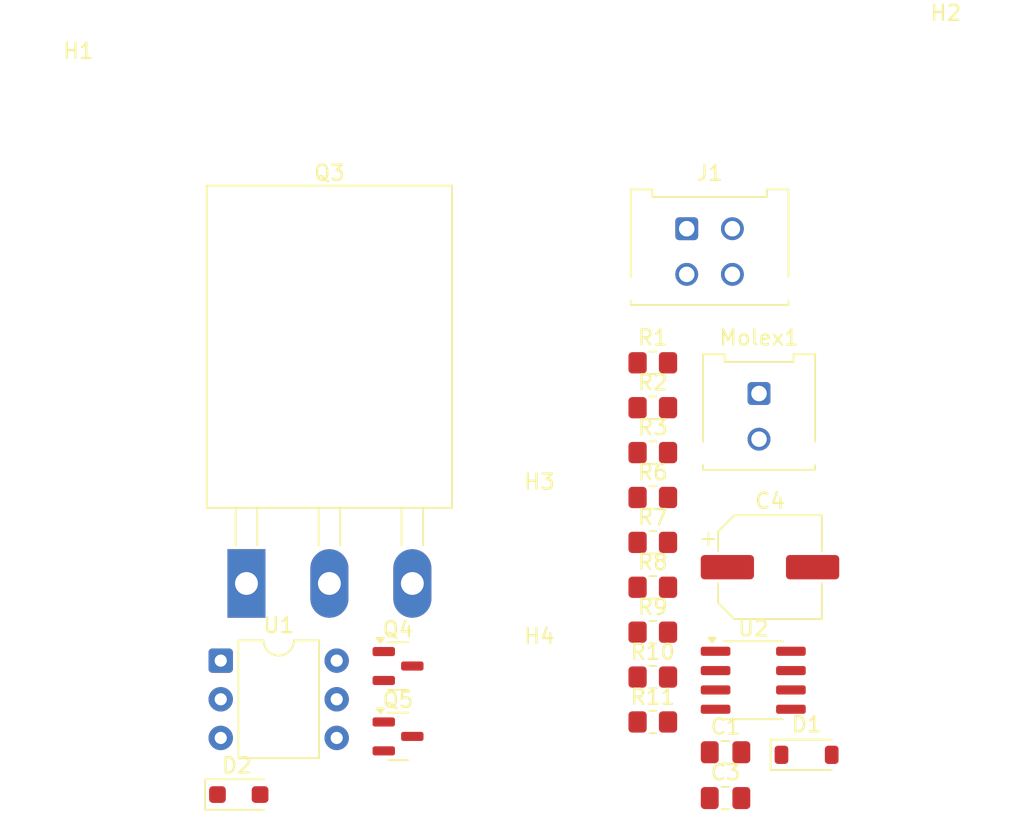
<source format=kicad_pcb>
(kicad_pcb (version 20241229) (generator "pcbnew") (generator_version "9.0")
  (layers (0 "F.Cu" signal) (2 "B.Cu" signal) (13 "F.Paste" user) (15 "B.Paste" user) (5 "F.SilkS" user "F.Silkscreen") (7 "B.SilkS" user "B.Silkscreen") (1 "F.Mask" user) (3 "B.Mask" user) (25 "Edge.Cuts" user))
  (net 0 "")
  (net 1 "Net-(R10-Pad2)")
  (net 2 "Net-(D1-K)")
  (net 3 "Net-(R10-Pad1)")
  (net 4 "Net-(R2-Pad2)")
  (net 5 "Net-(Q1-D)")
  (net 6 "GND")
  (net 7 "Net-(U2-THR)")
  (net 8 "Net-(Q5-G)")
  (net 9 "Net-(R6-Pad2)")
  (net 10 "Net-(Q3-S)")
  (net 11 "/HV-")
  (net 12 "Net-(D2-A)")
  (net 13 "GLV+")
  (net 14 "Net-(Q1-G)")
  (net 15 "Net-(D2-K)")
  (net 16 "Light+")
  (net 17 "Net-(Q4-D)")
  (net 18 "Net-(U2-CV)")
  (net 20 "/HV+")
  (net 21 "Net-(Molex1-Pin_1)")
  (footprint "Resistor_SMD:R_0805_2012Metric_Pad1.20x1.40mm_HandSolder" (layer "F.Cu") (at 152.245 95.04)
    (property "Reference" "R7" (at 0 -1.65 0) (layer "F.SilkS"))
    (property "Value" "3k")
    (fp_line (start -0.227064 -0.735) (end 0.227064 -0.735) (stroke (width 0.12)) (layer "F.SilkS"))
    (fp_line (start -0.227064 0.735) (end 0.227064 0.735) (stroke (width 0.12)) (layer "F.SilkS"))
    (pad "1" smd roundrect (at -1 0) (size 1.2 1.4) (layers "F.Cu" "F.Mask" "F.Paste") (roundrect_rratio 0.208333) (net 7 "Net-(U2-THR)"))
    (pad "2" smd roundrect (at 1 0) (size 1.2 1.4) (layers "F.Cu" "F.Mask" "F.Paste") (roundrect_rratio 0.208333) (net 8 "Net-(Q5-G)"))
  )
  (footprint "Package_TO_SOT_THT:TO-247-3_Horizontal_TabDown" (layer "F.Cu") (at 125.545 97.74)
    (property "Reference" "Q3" (at 5.45 -26.98 0) (layer "F.SilkS"))
    (property "Value" "UJ3N065080K3S")
    (fp_line (start -2.61 -26.14) (end 13.51 -26.14) (stroke (width 0.12)) (layer "F.SilkS"))
    (fp_line (start -2.61 -4.97) (end -2.61 -26.14) (stroke (width 0.12)) (layer "F.SilkS"))
    (fp_line (start -2.61 -4.97) (end 13.51 -4.97) (stroke (width 0.12)) (layer "F.SilkS"))
    (fp_line (start -0.71 -4.97) (end -0.71 -2.51) (stroke (width 0.12)) (layer "F.SilkS"))
    (fp_line (start 0.71 -4.97) (end 0.71 -2.51) (stroke (width 0.12)) (layer "F.SilkS"))
    (fp_line (start 4.74 -4.97) (end 4.74 -2.51) (stroke (width 0.12)) (layer "F.SilkS"))
    (fp_line (start 6.16 -4.97) (end 6.16 -2.51) (stroke (width 0.12)) (layer "F.SilkS"))
    (fp_line (start 10.19 -4.97) (end 10.19 -2.51) (stroke (width 0.12)) (layer "F.SilkS"))
    (fp_line (start 11.61 -4.97) (end 11.61 -2.51) (stroke (width 0.12)) (layer "F.SilkS"))
    (fp_line (start 13.51 -4.97) (end 13.51 -26.14) (stroke (width 0.12)) (layer "F.SilkS"))
    (pad "" np_thru_hole circle (at 5.45 -19.86) (size 3.6 3.6) (drill 3.6) (layers "*.Cu" "*.Mask"))
    (pad "1" thru_hole rect (at 0 0) (size 2.5 4.5) (drill 1.5) (layers "*.Cu" "*.Mask") (net 11 "/HV-"))
    (pad "2" thru_hole oval (at 5.45 0) (size 2.5 4.5) (drill 1.5) (layers "*.Cu" "*.Mask") (net 15 "Net-(D2-K)"))
    (pad "3" thru_hole oval (at 10.9 0) (size 2.5 4.5) (drill 1.5) (layers "*.Cu" "*.Mask") (net 10 "Net-(Q3-S)"))
  )
  (footprint "Resistor_SMD:R_0805_2012Metric_Pad1.20x1.40mm_HandSolder" (layer "F.Cu") (at 152.245 100.94)
    (property "Reference" "R9" (at 0 -1.65 0) (layer "F.SilkS"))
    (property "Value" "240k")
    (fp_line (start -0.227064 -0.735) (end 0.227064 -0.735) (stroke (width 0.12)) (layer "F.SilkS"))
    (fp_line (start -0.227064 0.735) (end 0.227064 0.735) (stroke (width 0.12)) (layer "F.SilkS"))
    (pad "1" smd roundrect (at -1 0) (size 1.2 1.4) (layers "F.Cu" "F.Mask" "F.Paste") (roundrect_rratio 0.208333) (net 4 "Net-(R2-Pad2)"))
    (pad "2" smd roundrect (at 1 0) (size 1.2 1.4) (layers "F.Cu" "F.Mask" "F.Paste") (roundrect_rratio 0.208333) (net 3 "Net-(R10-Pad1)"))
  )
  (footprint "MountingHole:MountingHole_4.3mm_M4" (layer "F.Cu") (at 144.795 96.31)
    (property "Reference" "H3" (at 0 -5.25 0) (layer "F.SilkS"))
    (property "Value" "MountingHole")
    (pad "" np_thru_hole circle (at 0 0) (size 4.3 4.3) (drill 4.3) (layers "*.Cu" "*.Mask"))
  )
  (footprint "Resistor_SMD:R_0805_2012Metric_Pad1.20x1.40mm_HandSolder" (layer "F.Cu") (at 152.245 92.09)
    (property "Reference" "R6" (at 0 -1.65 0) (layer "F.SilkS"))
    (property "Value" "5.6k")
    (fp_line (start -0.227064 -0.735) (end 0.227064 -0.735) (stroke (width 0.12)) (layer "F.SilkS"))
    (fp_line (start -0.227064 0.735) (end 0.227064 0.735) (stroke (width 0.12)) (layer "F.SilkS"))
    (pad "1" smd roundrect (at -1 0) (size 1.2 1.4) (layers "F.Cu" "F.Mask" "F.Paste") (roundrect_rratio 0.208333) (net 10 "Net-(Q3-S)"))
    (pad "2" smd roundrect (at 1 0) (size 1.2 1.4) (layers "F.Cu" "F.Mask" "F.Paste") (roundrect_rratio 0.208333) (net 9 "Net-(R6-Pad2)"))
  )
  (footprint "MountingHole:MountingHole_4.3mm_M4" (layer "F.Cu") (at 114.5 68)
    (property "Reference" "H1" (at 0 -5.25 0) (layer "F.SilkS"))
    (property "Value" "MountingHole")
    (pad "" np_thru_hole circle (at 0 0) (size 4.3 4.3) (drill 4.3) (layers "*.Cu" "*.Mask"))
  )
  (footprint "Connector_Molex:Molex_Micro-Fit_3.0_43045-0212_2x01_P3.00mm_Vertical" (layer "F.Cu") (at 159.225 85.26)
    (property "Reference" "Molex1" (at 0 -3.67 0) (layer "F.SilkS"))
    (property "Value" "043045-0212")
    (fp_line (start -3.685 -2.58) (end -2.265 -2.58) (stroke (width 0.12)) (layer "F.SilkS"))
    (fp_line (start -3.685 3.17) (end -3.685 -2.58) (stroke (width 0.12)) (layer "F.SilkS"))
    (fp_line (start -3.685 4.71) (end -3.685 5.01) (stroke (width 0.12)) (layer "F.SilkS"))
    (fp_line (start -3.685 5.01) (end 3.685 5.01) (stroke (width 0.12)) (layer "F.SilkS"))
    (fp_line (start -2.265 -2.58) (end -2.265 -2.08) (stroke (width 0.12)) (layer "F.SilkS"))
    (fp_line (start -2.265 -2.08) (end 2.265 -2.08) (stroke (width 0.12)) (layer "F.SilkS"))
    (fp_line (start 2.265 -2.58) (end 3.685 -2.58) (stroke (width 0.12)) (layer "F.SilkS"))
    (fp_line (start 2.265 -2.08) (end 2.265 -2.58) (stroke (width 0.12)) (layer "F.SilkS"))
    (fp_line (start 3.685 -2.58) (end 3.685 3.17) (stroke (width 0.12)) (layer "F.SilkS"))
    (fp_line (start 3.685 5.01) (end 3.685 4.71) (stroke (width 0.12)) (layer "F.SilkS"))
    (pad "" np_thru_hole circle (at -3 3.94) (size 1.02 1.02) (drill 1.02) (layers "*.Cu" "*.Mask"))
    (pad "" np_thru_hole circle (at 3 3.94) (size 1.02 1.02) (drill 1.02) (layers "*.Cu" "*.Mask"))
    (pad "1" thru_hole roundrect (at 0 0) (size 1.5 1.5) (drill 1.02) (layers "*.Cu" "*.Mask") (roundrect_rratio 0.166667) (net 21 "Net-(Molex1-Pin_1)"))
    (pad "2" thru_hole circle (at 0 3) (size 1.5 1.5) (drill 1.02) (layers "*.Cu" "*.Mask") (net 20 "/HV+"))
  )
  (footprint "Capacitor_SMD:C_0805_2012Metric_Pad1.18x1.45mm_HandSolder" (layer "F.Cu") (at 157.025 108.83)
    (property "Reference" "C1" (at 0 -1.68 0) (layer "F.SilkS"))
    (property "Value" "0.1uF")
    (fp_line (start -0.261252 -0.735) (end 0.261252 -0.735) (stroke (width 0.12)) (layer "F.SilkS"))
    (fp_line (start -0.261252 0.735) (end 0.261252 0.735) (stroke (width 0.12)) (layer "F.SilkS"))
    (pad "1" smd roundrect (at -1.0375 0) (size 1.175 1.45) (layers "F.Cu" "F.Mask" "F.Paste") (roundrect_rratio 0.212766) (net 6 "GND"))
    (pad "2" smd roundrect (at 1.0375 0) (size 1.175 1.45) (layers "F.Cu" "F.Mask" "F.Paste") (roundrect_rratio 0.212766) (net 18 "Net-(U2-CV)"))
  )
  (footprint "Resistor_SMD:R_0805_2012Metric_Pad1.20x1.40mm_HandSolder" (layer "F.Cu") (at 152.245 83.24)
    (property "Reference" "R1" (at 0 -1.65 0) (layer "F.SilkS"))
    (property "Value" "10k")
    (fp_line (start -0.227064 -0.735) (end 0.227064 -0.735) (stroke (width 0.12)) (layer "F.SilkS"))
    (fp_line (start -0.227064 0.735) (end 0.227064 0.735) (stroke (width 0.12)) (layer "F.SilkS"))
    (pad "1" smd roundrect (at -1 0) (size 1.2 1.4) (layers "F.Cu" "F.Mask" "F.Paste") (roundrect_rratio 0.208333) (net 13 "GLV+"))
    (pad "2" smd roundrect (at 1 0) (size 1.2 1.4) (layers "F.Cu" "F.Mask" "F.Paste") (roundrect_rratio 0.208333) (net 14 "Net-(Q1-G)"))
  )
  (footprint "Package_SO:SOIC-8_3.9x4.9mm_P1.27mm" (layer "F.Cu") (at 158.845 104.1)
    (property "Reference" "U2" (at 0 -3.4 0) (layer "F.SilkS"))
    (property "Value" "NE555D")
    (fp_line (start 0 -2.56) (end -1.95 -2.56) (stroke (width 0.12)) (layer "F.SilkS"))
    (fp_line (start 0 -2.56) (end 1.95 -2.56) (stroke (width 0.12)) (layer "F.SilkS"))
    (fp_line (start 0 2.56) (end -1.95 2.56) (stroke (width 0.12)) (layer "F.SilkS"))
    (fp_line (start 0 2.56) (end 1.95 2.56) (stroke (width 0.12)) (layer "F.SilkS"))
    (fp_poly (pts (xy -2.7 -2.465) (xy -2.94 -2.795) (xy -2.46 -2.795)) (stroke (width 0.12)) (fill yes) (layer "F.SilkS"))
    (pad "1" smd roundrect (at -2.475 -1.905) (size 1.95 0.6) (layers "F.Cu" "F.Mask" "F.Paste") (net 6 "GND"))
    (pad "2" smd roundrect (at -2.475 -0.635) (size 1.95 0.6) (layers "F.Cu" "F.Mask" "F.Paste") (net 7 "Net-(U2-THR)"))
    (pad "3" smd roundrect (at -2.475 0.635) (size 1.95 0.6) (layers "F.Cu" "F.Mask" "F.Paste") (net 8 "Net-(Q5-G)"))
    (pad "4" smd roundrect (at -2.475 1.905) (size 1.95 0.6) (layers "F.Cu" "F.Mask" "F.Paste") (net 5 "Net-(Q1-D)"))
    (pad "5" smd roundrect (at 2.475 1.905) (size 1.95 0.6) (layers "F.Cu" "F.Mask" "F.Paste") (net 18 "Net-(U2-CV)"))
    (pad "6" smd roundrect (at 2.475 0.635) (size 1.95 0.6) (layers "F.Cu" "F.Mask" "F.Paste") (net 7 "Net-(U2-THR)"))
    (pad "7" smd roundrect (at 2.475 -0.635) (size 1.95 0.6) (layers "F.Cu" "F.Mask" "F.Paste") (net 8 "Net-(Q5-G)"))
    (pad "8" smd roundrect (at 2.475 -1.905) (size 1.95 0.6) (layers "F.Cu" "F.Mask" "F.Paste") (net 13 "GLV+"))
  )
  (footprint "Resistor_SMD:R_0805_2012Metric_Pad1.20x1.40mm_HandSolder" (layer "F.Cu") (at 152.245 86.19)
    (property "Reference" "R2" (at 0 -1.65 0) (layer "F.SilkS"))
    (property "Value" "240k")
    (fp_line (start -0.227064 -0.735) (end 0.227064 -0.735) (stroke (width 0.12)) (layer "F.SilkS"))
    (fp_line (start -0.227064 0.735) (end 0.227064 0.735) (stroke (width 0.12)) (layer "F.SilkS"))
    (pad "1" smd roundrect (at -1 0) (size 1.2 1.4) (layers "F.Cu" "F.Mask" "F.Paste") (roundrect_rratio 0.208333) (net 12 "Net-(D2-A)"))
    (pad "2" smd roundrect (at 1 0) (size 1.2 1.4) (layers "F.Cu" "F.Mask" "F.Paste") (roundrect_rratio 0.208333) (net 4 "Net-(R2-Pad2)"))
  )
  (footprint "Resistor_SMD:R_0805_2012Metric_Pad1.20x1.40mm_HandSolder" (layer "F.Cu") (at 152.245 89.14)
    (property "Reference" "R3" (at 0 -1.65 0) (layer "F.SilkS"))
    (property "Value" "2M")
    (fp_line (start -0.227064 -0.735) (end 0.227064 -0.735) (stroke (width 0.12)) (layer "F.SilkS"))
    (fp_line (start -0.227064 0.735) (end 0.227064 0.735) (stroke (width 0.12)) (layer "F.SilkS"))
    (pad "1" smd roundrect (at -1 0) (size 1.2 1.4) (layers "F.Cu" "F.Mask" "F.Paste") (roundrect_rratio 0.208333) (net 2 "Net-(D1-K)"))
    (pad "2" smd roundrect (at 1 0) (size 1.2 1.4) (layers "F.Cu" "F.Mask" "F.Paste") (roundrect_rratio 0.208333) (net 11 "/HV-"))
  )
  (footprint "Capacitor_SMD:CP_Elec_6.3x5.4" (layer "F.Cu") (at 159.945 96.67)
    (property "Reference" "C4" (at 0 -4.35 0) (layer "F.SilkS"))
    (property "Value" "100uF")
    (fp_line (start -4.4375 -1.8475) (end -3.65 -1.8475) (stroke (width 0.12)) (layer "F.SilkS"))
    (fp_line (start -4.04375 -2.24125) (end -4.04375 -1.45375) (stroke (width 0.12)) (layer "F.SilkS"))
    (fp_line (start -3.41 -2.345563) (end -3.41 -1.06) (stroke (width 0.12)) (layer "F.SilkS"))
    (fp_line (start -3.41 -2.345563) (end -2.345563 -3.41) (stroke (width 0.12)) (layer "F.SilkS"))
    (fp_line (start -3.41 2.345563) (end -3.41 1.06) (stroke (width 0.12)) (layer "F.SilkS"))
    (fp_line (start -3.41 2.345563) (end -2.345563 3.41) (stroke (width 0.12)) (layer "F.SilkS"))
    (fp_line (start -2.345563 -3.41) (end 3.41 -3.41) (stroke (width 0.12)) (layer "F.SilkS"))
    (fp_line (start -2.345563 3.41) (end 3.41 3.41) (stroke (width 0.12)) (layer "F.SilkS"))
    (fp_line (start 3.41 -3.41) (end 3.41 -1.06) (stroke (width 0.12)) (layer "F.SilkS"))
    (fp_line (start 3.41 3.41) (end 3.41 1.06) (stroke (width 0.12)) (layer "F.SilkS"))
    (pad "1" smd roundrect (at -2.8 0) (size 3.5 1.6) (layers "F.Cu" "F.Mask" "F.Paste") (roundrect_rratio 0.15625) (net 7 "Net-(U2-THR)"))
    (pad "2" smd roundrect (at 2.8 0) (size 3.5 1.6) (layers "F.Cu" "F.Mask" "F.Paste") (roundrect_rratio 0.15625) (net 6 "GND"))
  )
  (footprint "Package_DIP:DIP-6_W7.62mm" (layer "F.Cu") (at 123.855 102.81)
    (property "Reference" "U1" (at 3.81 -2.33 0) (layer "F.SilkS"))
    (property "Value" "H11L1M")
    (fp_line (start 1.16 -1.33) (end 1.16 6.41) (stroke (width 0.12)) (layer "F.SilkS"))
    (fp_line (start 1.16 6.41) (end 6.46 6.41) (stroke (width 0.12)) (layer "F.SilkS"))
    (fp_line (start 2.81 -1.33) (end 1.16 -1.33) (stroke (width 0.12)) (layer "F.SilkS"))
    (fp_line (start 6.46 -1.33) (end 4.81 -1.33) (stroke (width 0.12)) (layer "F.SilkS"))
    (fp_line (start 6.46 6.41) (end 6.46 -1.33) (stroke (width 0.12)) (layer "F.SilkS"))
    (fp_arc (start 4.81 -1.33) (mid 3.81 -0.33) (end 2.81 -1.33) (stroke (width 0.12)) (layer "F.SilkS"))
    (pad "1" thru_hole roundrect (at 0 0) (size 1.6 1.6) (drill 0.8) (layers "*.Cu" "*.Mask") (roundrect_rratio 0.15625) (net 9 "Net-(R6-Pad2)"))
    (pad "2" thru_hole circle (at 0 2.54) (size 1.6 1.6) (drill 0.8) (layers "*.Cu" "*.Mask") (net 17 "Net-(Q4-D)"))
    (pad "3" thru_hole circle (at 0 5.08) (size 1.6 1.6) (drill 0.8) (layers "*.Cu" "*.Mask"))
    (pad "4" thru_hole circle (at 7.62 5.08) (size 1.6 1.6) (drill 0.8) (layers "*.Cu" "*.Mask") (net 14 "Net-(Q1-G)"))
    (pad "5" thru_hole circle (at 7.62 2.54) (size 1.6 1.6) (drill 0.8) (layers "*.Cu" "*.Mask") (net 6 "GND"))
    (pad "6" thru_hole circle (at 7.62 0) (size 1.6 1.6) (drill 0.8) (layers "*.Cu" "*.Mask") (net 13 "GLV+"))
  )
  (footprint "Capacitor_SMD:C_0805_2012Metric_Pad1.18x1.45mm_HandSolder" (layer "F.Cu") (at 157.025 111.84)
    (property "Reference" "C3" (at 0 -1.68 0) (layer "F.SilkS"))
    (property "Value" "1uF")
    (fp_line (start -0.261252 -0.735) (end 0.261252 -0.735) (stroke (width 0.12)) (layer "F.SilkS"))
    (fp_line (start -0.261252 0.735) (end 0.261252 0.735) (stroke (width 0.12)) (layer "F.SilkS"))
    (pad "1" smd roundrect (at -1.0375 0) (size 1.175 1.45) (layers "F.Cu" "F.Mask" "F.Paste") (roundrect_rratio 0.212766) (net 6 "GND"))
    (pad "2" smd roundrect (at 1.0375 0) (size 1.175 1.45) (layers "F.Cu" "F.Mask" "F.Paste") (roundrect_rratio 0.212766) (net 13 "GLV+"))
  )
  (footprint "Resistor_SMD:R_0805_2012Metric_Pad1.20x1.40mm_HandSolder" (layer "F.Cu") (at 152.245 97.99)
    (property "Reference" "R8" (at 0 -1.65 0) (layer "F.SilkS"))
    (property "Value" "10k")
    (fp_line (start -0.227064 -0.735) (end 0.227064 -0.735) (stroke (width 0.12)) (layer "F.SilkS"))
    (fp_line (start -0.227064 0.735) (end 0.227064 0.735) (stroke (width 0.12)) (layer "F.SilkS"))
    (pad "1" smd roundrect (at -1 0) (size 1.2 1.4) (layers "F.Cu" "F.Mask" "F.Paste") (roundrect_rratio 0.208333) (net 6 "GND"))
    (pad "2" smd roundrect (at 1 0) (size 1.2 1.4) (layers "F.Cu" "F.Mask" "F.Paste") (roundrect_rratio 0.208333) (net 5 "Net-(Q1-D)"))
  )
  (footprint "MountingHole:MountingHole_4.3mm_M4" (layer "F.Cu") (at 171.5 65.5)
    (property "Reference" "H2" (at 0 -5.25 0) (layer "F.SilkS"))
    (property "Value" "MountingHole")
    (pad "" np_thru_hole circle (at 0 0) (size 4.3 4.3) (drill 4.3) (layers "*.Cu" "*.Mask"))
  )
  (footprint "Diode_SMD:D_SOD-123" (layer "F.Cu") (at 162.35 109)
    (property "Reference" "D1" (at 0 -2 0) (layer "F.SilkS"))
    (property "Value" "BZT52C12")
    (fp_line (start -2.36 -1) (end -2.36 1) (stroke (width 0.12)) (layer "F.SilkS"))
    (fp_line (start -2.36 -1) (end 1.65 -1) (stroke (width 0.12)) (layer "F.SilkS"))
    (fp_line (start -2.36 1) (end 1.65 1) (stroke (width 0.12)) (layer "F.SilkS"))
    (pad "1" smd roundrect (at -1.65 0) (size 0.9 1.2) (layers "F.Cu" "F.Mask" "F.Paste") (net 2 "Net-(D1-K)"))
    (pad "2" smd roundrect (at 1.65 0) (size 0.9 1.2) (layers "F.Cu" "F.Mask" "F.Paste") (net 11 "/HV-"))
  )
  (footprint "Package_TO_SOT_SMD:SOT-23" (layer "F.Cu") (at 135.505 103.165)
    (property "Reference" "Q4" (at 0 -2.4 0) (layer "F.SilkS"))
    (property "Value" "DMN2056U")
    (fp_line (start 0 -1.56) (end -0.65 -1.56) (stroke (width 0.12)) (layer "F.SilkS"))
    (fp_line (start 0 -1.56) (end 0.65 -1.56) (stroke (width 0.12)) (layer "F.SilkS"))
    (fp_line (start 0 1.56) (end -0.65 1.56) (stroke (width 0.12)) (layer "F.SilkS"))
    (fp_line (start 0 1.56) (end 0.65 1.56) (stroke (width 0.12)) (layer "F.SilkS"))
    (fp_poly (pts (xy -1.1625 -1.51) (xy -1.4025 -1.84) (xy -0.9225 -1.84)) (stroke (width 0.12)) (fill yes) (layer "F.SilkS"))
    (pad "1" smd roundrect (at -0.9375 -0.95) (size 1.475 0.6) (layers "F.Cu" "F.Mask" "F.Paste") (net 2 "Net-(D1-K)"))
    (pad "2" smd roundrect (at -0.9375 0.95) (size 1.475 0.6) (layers "F.Cu" "F.Mask" "F.Paste") (net 11 "/HV-"))
    (pad "3" smd roundrect (at 0.9375 0) (size 1.475 0.6) (layers "F.Cu" "F.Mask" "F.Paste") (net 17 "Net-(Q4-D)"))
  )
  (footprint "Resistor_SMD:R_0805_2012Metric_Pad1.20x1.40mm_HandSolder" (layer "F.Cu") (at 152.245 103.89)
    (property "Reference" "R10" (at 0 -1.65 0) (layer "F.SilkS"))
    (property "Value" "240k")
    (fp_line (start -0.227064 -0.735) (end 0.227064 -0.735) (stroke (width 0.12)) (layer "F.SilkS"))
    (fp_line (start -0.227064 0.735) (end 0.227064 0.735) (stroke (width 0.12)) (layer "F.SilkS"))
    (pad "1" smd roundrect (at -1 0) (size 1.2 1.4) (layers "F.Cu" "F.Mask" "F.Paste") (roundrect_rratio 0.208333) (net 3 "Net-(R10-Pad1)"))
    (pad "2" smd roundrect (at 1 0) (size 1.2 1.4) (layers "F.Cu" "F.Mask" "F.Paste") (roundrect_rratio 0.208333) (net 1 "Net-(R10-Pad2)"))
  )
  (footprint "MountingHole:MountingHole_4.3mm_M4" (layer "F.Cu") (at 144.795 106.46)
    (property "Reference" "H4" (at 0 -5.25 0) (layer "F.SilkS"))
    (property "Value" "MountingHole")
    (pad "" np_thru_hole circle (at 0 0) (size 4.3 4.3) (drill 4.3) (layers "*.Cu" "*.Mask"))
  )
  (footprint "Diode_SMD:D_SOD-123F" (layer "F.Cu") (at 125.04 111.61)
    (property "Reference" "D2" (at -0.127 -1.905 0) (layer "F.SilkS"))
    (property "Value" "BZT52C51")
    (fp_line (start -2.21 -1) (end -2.21 1) (stroke (width 0.12)) (layer "F.SilkS"))
    (fp_line (start -2.21 -1) (end 1.65 -1) (stroke (width 0.12)) (layer "F.SilkS"))
    (fp_line (start -2.21 1) (end 1.65 1) (stroke (width 0.12)) (layer "F.SilkS"))
    (pad "1" smd roundrect (at -1.4 0) (size 1.1 1.1) (layers "F.Cu" "F.Mask" "F.Paste") (roundrect_rratio 0.2272727273) (net 15 "Net-(D2-K)"))
    (pad "2" smd roundrect (at 1.4 0) (size 1.1 1.1) (layers "F.Cu" "F.Mask" "F.Paste") (roundrect_rratio 0.2272727273) (net 12 "Net-(D2-A)"))
  )
  (footprint "Connector_Molex:Molex_Micro-Fit_3.0_43045-0412_2x02_P3.00mm_Vertical" (layer "F.Cu") (at 154.475 74.43)
    (property "Reference" "J1" (at 1.5 -3.67 0) (layer "F.SilkS"))
    (property "Value" "043045-0412")
    (fp_line (start -3.685 -2.58) (end -2.265 -2.58) (stroke (width 0.12)) (layer "F.SilkS"))
    (fp_line (start -3.685 3.17) (end -3.685 -2.58) (stroke (width 0.12)) (layer "F.SilkS"))
    (fp_line (start -3.685 4.71) (end -3.685 5.01) (stroke (width 0.12)) (layer "F.SilkS"))
    (fp_line (start -3.685 5.01) (end 6.685 5.01) (stroke (width 0.12)) (layer "F.SilkS"))
    (fp_line (start -2.265 -2.58) (end -2.265 -2.08) (stroke (width 0.12)) (layer "F.SilkS"))
    (fp_line (start -2.265 -2.08) (end 5.265 -2.08) (stroke (width 0.12)) (layer "F.SilkS"))
    (fp_line (start 5.265 -2.58) (end 6.685 -2.58) (stroke (width 0.12)) (layer "F.SilkS"))
    (fp_line (start 5.265 -2.08) (end 5.265 -2.58) (stroke (width 0.12)) (layer "F.SilkS"))
    (fp_line (start 6.685 -2.58) (end 6.685 3.17) (stroke (width 0.12)) (layer "F.SilkS"))
    (fp_line (start 6.685 5.01) (end 6.685 4.71) (stroke (width 0.12)) (layer "F.SilkS"))
    (pad "" np_thru_hole circle (at -3 3.94) (size 1.02 1.02) (drill 1.02) (layers "*.Cu" "*.Mask"))
    (pad "" np_thru_hole circle (at 6 3.94) (size 1.02 1.02) (drill 1.02) (layers "*.Cu" "*.Mask"))
    (pad "1" thru_hole roundrect (at 0 0) (size 1.5 1.5) (drill 1.02) (layers "*.Cu" "*.Mask") (roundrect_rratio 0.166667) (net 13 "GLV+"))
    (pad "2" thru_hole circle (at 3 0) (size 1.5 1.5) (drill 1.02) (layers "*.Cu" "*.Mask") (net 6 "GND"))
    (pad "3" thru_hole circle (at 0 3) (size 1.5 1.5) (drill 1.02) (layers "*.Cu" "*.Mask") (net 16 "Light+"))
    (pad "4" thru_hole circle (at 3 3) (size 1.5 1.5) (drill 1.02) (layers "*.Cu" "*.Mask") (net 6 "GND"))
  )
  (footprint "Resistor_SMD:R_0805_2012Metric_Pad1.20x1.40mm_HandSolder" (layer "F.Cu") (at 152.245 106.84)
    (property "Reference" "R11" (at 0 -1.65 0) (layer "F.SilkS"))
    (property "Value" "240k")
    (fp_line (start -0.227064 -0.735) (end 0.227064 -0.735) (stroke (width 0.12)) (layer "F.SilkS"))
    (fp_line (start -0.227064 0.735) (end 0.227064 0.735) (stroke (width 0.12)) (layer "F.SilkS"))
    (pad "1" smd roundrect (at -1 0) (size 1.2 1.4) (layers "F.Cu" "F.Mask" "F.Paste") (roundrect_rratio 0.208333) (net 1 "Net-(R10-Pad2)"))
    (pad "2" smd roundrect (at 1 0) (size 1.2 1.4) (layers "F.Cu" "F.Mask" "F.Paste") (roundrect_rratio 0.208333) (net 2 "Net-(D1-K)"))
  )
  (footprint "Package_TO_SOT_SMD:SOT-23" (layer "F.Cu") (at 135.505 107.79)
    (property "Reference" "Q5" (at 0 -2.4 0) (layer "F.SilkS"))
    (property "Value" "AO3401A")
    (fp_line (start 0 -1.56) (end -0.65 -1.56) (stroke (width 0.12)) (layer "F.SilkS"))
    (fp_line (start 0 -1.56) (end 0.65 -1.56) (stroke (width 0.12)) (layer "F.SilkS"))
    (fp_line (start 0 1.56) (end -0.65 1.56) (stroke (width 0.12)) (layer "F.SilkS"))
    (fp_line (start 0 1.56) (end 0.65 1.56) (stroke (width 0.12)) (layer "F.SilkS"))
    (fp_poly (pts (xy -1.1625 -1.51) (xy -1.4025 -1.84) (xy -0.9225 -1.84)) (stroke (width 0.12)) (fill yes) (layer "F.SilkS"))
    (pad "1" smd roundrect (at -0.9375 -0.95) (size 1.475 0.6) (layers "F.Cu" "F.Mask" "F.Paste") (net 8 "Net-(Q5-G)"))
    (pad "2" smd roundrect (at -0.9375 0.95) (size 1.475 0.6) (layers "F.Cu" "F.Mask" "F.Paste") (net 13 "GLV+"))
    (pad "3" smd roundrect (at 0.9375 0) (size 1.475 0.6) (layers "F.Cu" "F.Mask" "F.Paste") (net 16 "Light+"))
  )
)
</source>
